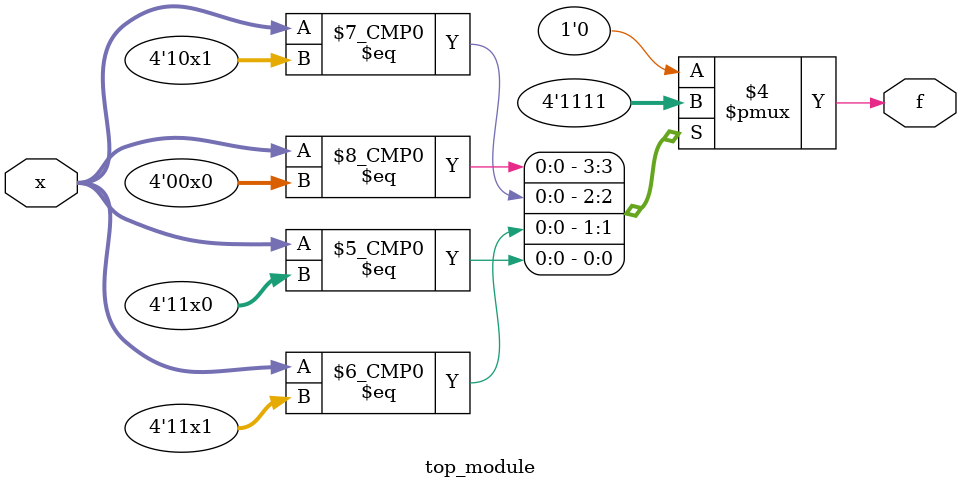
<source format=sv>
module top_module (
    input [4:1] x,
    output logic f
);

// Define the truth table for the function f
always_comb begin
    case (x)
        4'b00x0 : f = 1;    // x[3]=0, x[4]=don't care
        4'b01xx : f = 0;    // x[3]=1, x[4]=don't care
        4'b10x1 : f = 1;    // x[3]=don't care, x[4]=1
        4'b11x1 : f = 1;    // x[3]=don't care, x[4]=1
        4'b11x0 : f = 1;    // x[3]=don't care, x[4]=0
        4'b1xxx : f = 0;    // x[3]=don't care, x[4]=don't care
        default : f = 0;    // All other cases
    endcase
end

endmodule

</source>
